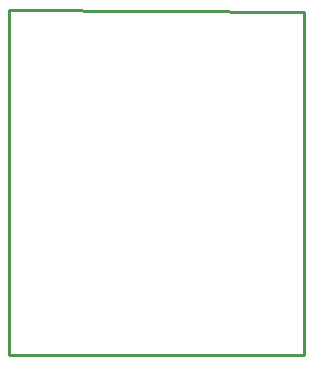
<source format=gko>
%FSLAX24Y24*%
%MOIN*%
G70*
G01*
G75*
G04 Layer_Color=16711935*
%ADD10R,0.0433X0.0551*%
%ADD11C,0.0100*%
%ADD12C,0.0150*%
%ADD13C,0.0300*%
%ADD14C,0.0250*%
%ADD15C,0.0200*%
%ADD16C,0.0580*%
%ADD17R,0.0580X0.0580*%
%ADD18R,0.0591X0.0591*%
%ADD19C,0.0591*%
%ADD20R,0.0591X0.0591*%
%ADD21C,0.0500*%
%ADD22C,0.0400*%
%ADD23R,0.0618X0.0906*%
%ADD24R,0.0276X0.0354*%
%ADD25R,0.0354X0.0276*%
%ADD26R,0.0315X0.0315*%
%ADD27O,0.0532X0.0217*%
%ADD28O,0.0217X0.0532*%
%ADD29R,0.0236X0.0551*%
%ADD30R,0.0236X0.0354*%
G04:AMPARAMS|DCode=31|XSize=70.9mil|YSize=141.7mil|CornerRadius=0mil|HoleSize=0mil|Usage=FLASHONLY|Rotation=0.000|XOffset=0mil|YOffset=0mil|HoleType=Round|Shape=Octagon|*
%AMOCTAGOND31*
4,1,8,-0.0177,0.0709,0.0177,0.0709,0.0354,0.0532,0.0354,-0.0532,0.0177,-0.0709,-0.0177,-0.0709,-0.0354,-0.0532,-0.0354,0.0532,-0.0177,0.0709,0.0*
%
%ADD31OCTAGOND31*%

%ADD32R,0.0315X0.0315*%
%ADD33R,0.0513X0.0631*%
%ADD34C,0.0660*%
%ADD35R,0.0660X0.0660*%
%ADD36R,0.0671X0.0671*%
%ADD37C,0.0671*%
%ADD38R,0.0671X0.0671*%
%ADD39C,0.0480*%
%ADD40R,0.0698X0.0986*%
%ADD41R,0.0356X0.0434*%
%ADD42R,0.0434X0.0356*%
%ADD43R,0.0395X0.0395*%
%ADD44O,0.0612X0.0297*%
%ADD45O,0.0297X0.0612*%
%ADD46R,0.0316X0.0631*%
%ADD47R,0.0316X0.0434*%
G04:AMPARAMS|DCode=48|XSize=78.9mil|YSize=149.7mil|CornerRadius=0mil|HoleSize=0mil|Usage=FLASHONLY|Rotation=0.000|XOffset=0mil|YOffset=0mil|HoleType=Round|Shape=Octagon|*
%AMOCTAGOND48*
4,1,8,-0.0197,0.0749,0.0197,0.0749,0.0394,0.0552,0.0394,-0.0552,0.0197,-0.0749,-0.0197,-0.0749,-0.0394,-0.0552,-0.0394,0.0552,-0.0197,0.0749,0.0*
%
%ADD48OCTAGOND48*%

%ADD49R,0.0395X0.0395*%
%ADD50C,0.0236*%
%ADD51C,0.0098*%
%ADD52C,0.0079*%
%ADD53C,0.0050*%
%ADD54C,0.0060*%
%ADD55C,0.0080*%
D11*
X41400Y40840D02*
X51240Y40800D01*
Y29400D02*
Y40800D01*
X41400Y29360D02*
X51240D01*
X41400Y29400D02*
Y40840D01*
M02*

</source>
